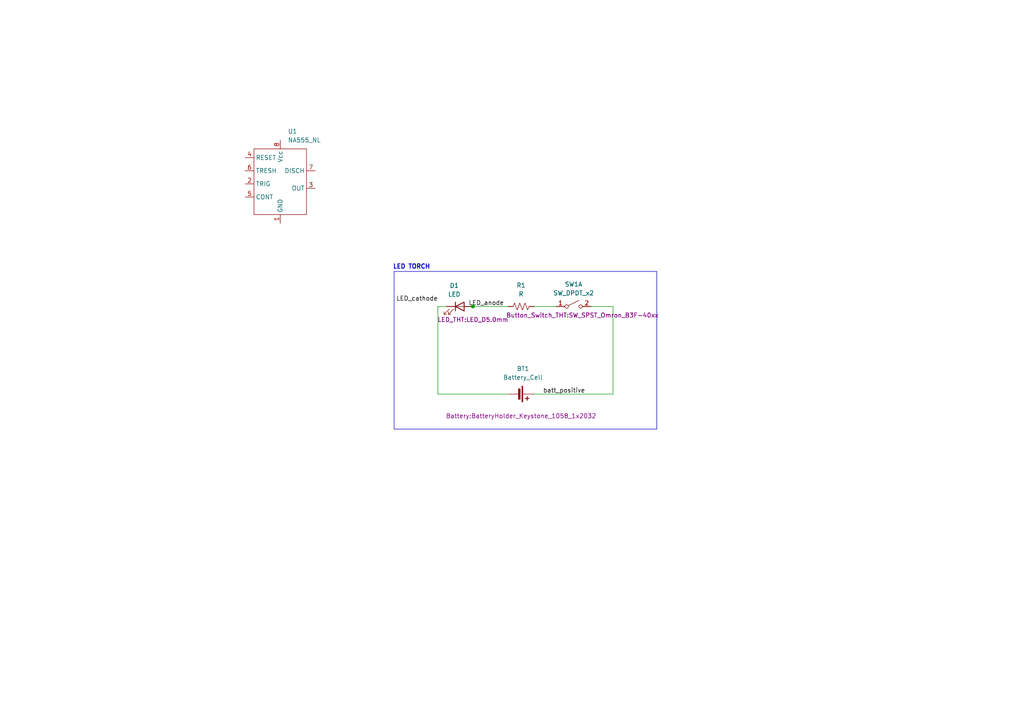
<source format=kicad_sch>
(kicad_sch (version 20231120) (generator "eeschema") (generator_version "8.0")
  (paper "A4")
  (title_block (title "Project 1 LED Torch") (date "2024-08-27") (rev "1") (company "Tech Exploration for RF"))
  (lib_symbols
    (symbol "Device:Battery_Cell" (pin_numbers hide) (pin_names (offset 0) hide)
      (property "Reference" "BT" (at 2.54 2.54 0))
      (property "Value" "Battery_Cell" (at 2.54 0 0))
      (symbol "Battery_Cell_0_1"
        (rectangle (start -2.286 1.778) (end 2.286 1.524) (fill (type outline)))
        (rectangle (start -1.524 1.016) (end 1.524 0.508) (fill (type outline)))
        (polyline (pts (xy 0 0.762) (xy 0 0)))
        (polyline (pts (xy 0 1.778) (xy 0 2.54)))
        (polyline (pts (xy 0.762 3.048) (xy 1.778 3.048)) (stroke (width 0.254)))
        (polyline (pts (xy 1.27 3.556) (xy 1.27 2.54)) (stroke (width 0.254)))
      )
      (symbol "Battery_Cell_1_1"
        (pin passive line (at 0 5.08 270) (length 2.54) (name "+") (number "1"))
        (pin passive line (at 0 -2.54 90) (length 2.54) (name "-") (number "2"))
      )
    )
    (symbol "Device:LED" (pin_numbers hide) (pin_names (offset 1.016) hide)
      (property "Reference" "D" (at 0 2.54 0))
      (property "Value" "LED" (at 0 -2.54 0))
      (symbol "LED_0_1"
        (polyline (pts (xy -1.27 -1.27) (xy -1.27 1.27)) (stroke (width 0.254)))
        (polyline (pts (xy -1.27 0) (xy 1.27 0)))
        (polyline (pts (xy 1.27 -1.27) (xy 1.27 1.27) (xy -1.27 0) (xy 1.27 -1.27)) (stroke (width 0.254)))
        (polyline (pts (xy -3.048 -0.762) (xy -4.572 -2.286) (xy -3.81 -2.286) (xy -4.572 -2.286) (xy -4.572 -1.524)))
        (polyline (pts (xy -1.778 -0.762) (xy -3.302 -2.286) (xy -2.54 -2.286) (xy -3.302 -2.286) (xy -3.302 -1.524)))
      )
      (symbol "LED_1_1"
        (pin passive line (at -3.81 0 0) (length 2.54) (name "K") (number "1"))
        (pin passive line (at 3.81 0 180) (length 2.54) (name "A") (number "2"))
      )
    )
    (symbol "Device:R_US" (pin_numbers hide) (pin_names (offset 0))
      (property "Reference" "R" (at 2.54 0 90))
      (property "Value" "R_US" (at -2.54 0 90))
      (symbol "R_US_0_1"
        (polyline (pts (xy 0 -2.286) (xy 0 -2.54)))
        (polyline (pts (xy 0 2.286) (xy 0 2.54)))
        (polyline (pts (xy 0 -0.762) (xy 1.016 -1.143) (xy 0 -1.524) (xy -1.016 -1.905) (xy 0 -2.286)))
        (polyline (pts (xy 0 0.762) (xy 1.016 0.381) (xy 0 0) (xy -1.016 -0.381) (xy 0 -0.762)))
        (polyline (pts (xy 0 2.286) (xy 1.016 1.905) (xy 0 1.524) (xy -1.016 1.143) (xy 0 0.762)))
      )
      (symbol "R_US_1_1"
        (pin passive line (at 0 3.81 270) (length 1.27) (name "~") (number "1"))
        (pin passive line (at 0 -3.81 90) (length 1.27) (name "~") (number "2"))
      )
    )
    (symbol "NA555_CU:NA555_NL"
      (property "Reference" "U" (at 5.842 8.89 0))
      (property "Value" "NA555_NL" (at -7.874 8.89 0))
      (symbol "NA555_NL_0_1"
        (rectangle (start -7.62 6.35) (end 7.62 -12.7))
      )
      (symbol "NA555_NL_1_1"
        (pin power_in line (at 0 -15.24 90) (length 2.54) (name "GND") (number "1"))
        (pin input line (at -10.16 -3.81 0) (length 2.54) (name "TRIG") (number "2"))
        (pin output line (at 10.16 -5.08 180) (length 2.54) (name "OUT") (number "3"))
        (pin input line (at -10.16 3.81 0) (length 2.54) (name "RESET") (number "4"))
        (pin bidirectional line (at -10.16 -7.62 0) (length 2.54) (name "CONT") (number "5"))
        (pin input line (at -10.16 0 0) (length 2.54) (name "TRESH") (number "6"))
        (pin output line (at 10.16 0 180) (length 2.54) (name "DISCH") (number "7"))
        (pin power_in line (at 0 8.89 270) (length 2.54) (name "Vcc") (number "8"))
      )
    )
    (symbol "Switch:SW_DPST_x2" (pin_names (offset 0) hide)
      (property "Reference" "SW" (at 0 3.175 0))
      (property "Value" "SW_DPST_x2" (at 0 -2.54 0))
      (symbol "SW_DPST_x2_0_0"
        (circle (center -2.032 0) (radius 0.508))
        (polyline (pts (xy -1.524 0.254) (xy 1.524 1.778)))
        (circle (center 2.032 0) (radius 0.508))
      )
      (symbol "SW_DPST_x2_1_1"
        (pin passive line (at -5.08 0 0) (length 2.54) (name "A") (number "1"))
        (pin passive line (at 5.08 0 180) (length 2.54) (name "B") (number "2"))
      )
      (symbol "SW_DPST_x2_2_1"
        (pin passive line (at -5.08 0 0) (length 2.54) (name "A") (number "3"))
        (pin passive line (at 5.08 0 180) (length 2.54) (name "B") (number "4"))
      )
    )
  )
  (junction (at 137.16 88.9))
  (wire (pts (xy 127 114.3) (xy 147.32 114.3)))
  (wire (pts (xy 171.45 88.9) (xy 177.8 88.9)))
  (wire (pts (xy 154.94 114.3) (xy 177.8 114.3)))
  (wire (pts (xy 154.94 88.9) (xy 161.29 88.9)))
  (wire (pts (xy 127 88.9) (xy 127 114.3)))
  (wire (pts (xy 127 88.9) (xy 129.54 88.9)))
  (wire (pts (xy 177.8 114.3) (xy 177.8 88.9)))
  (wire (pts (xy 137.16 88.9) (xy 147.32 88.9)))
  (wire (pts (xy 135.89 88.9) (xy 137.16 88.9)))
  (rectangle (start 114.3 78.74) (end 190.5 124.46))
  (text "LED TORCH\n" (at 119.38 77.47 0) (effects (font (size 1.27 1.27) (thickness 0.254) (bold yes))))
  (label "LED_anode" (at 135.89 88.9 0))
  (label "LED_cathode" (at 127 87.63 180))
  (label "batt_positive" (at 157.48 114.3 0))
  (symbol (lib_id "Switch:SW_DPST_x2") (at 166.37 88.9 0) (unit 1)
    (property "Reference" "SW1" (at 166.37 82.462 0))
    (property "Value" "SW_DPDT_x2" (at 166.37 85.002 0))
    (property "Footprint" "Button_Switch_THT:SW_SPST_Omron_B3F-40xx" (at 168.91 91.44 0))
    (property "Description" "Single Pole Single Throw (SPST) switch, separate symbol" (effects (hide yes)))
  )
  (symbol (lib_id "Device:Battery_Cell") (at 149.86 114.3 270) (unit 1)
    (property "Reference" "BT1" (at 151.7015 106.9299 90))
    (property "Value" "Battery_Cell" (at 151.7015 109.4699 90))
    (property "Footprint" "Battery:BatteryHolder_Keystone_1058_1x2032" (at 151.13 120.65 90))
    (property "Description" "Single-cell battery" (effects (hide yes)))
  )
  (symbol (lib_id "NA555_CU:NA555_NL") (at 81.28 49.53 0) (unit 1)
    (property "Reference" "U1" (at 83.4741 38.1 0) (effects (justify left)))
    (property "Value" "NA555_NL" (at 83.4741 40.64 0) (effects (justify left)))
    (property "Footprint" "Package_DIP:DIP-8_W7.62mm" (effects (hide yes)))
    (property "Datasheet" "https://www.ti.com/lit/ds/symlink/ne555.pdf" (effects (hide yes)))
    (property "Description" "New Library created symbol" (effects (hide yes)))
  )
  (symbol (lib_id "Device:LED") (at 133.35 88.9 0) (unit 1)
    (property "Reference" "D1" (at 131.7625 82.831 0))
    (property "Value" "LED" (at 131.7625 85.371 0))
    (property "Footprint" "LED_THT:LED_D5.0mm" (at 137.16 92.71 0))
    (property "Description" "Light emitting diode" (effects (hide yes)))
  )
  (symbol (lib_id "Device:R_US") (at 151.13 88.9 90) (unit 1)
    (property "Reference" "R1" (at 151.13 82.756 90))
    (property "Value" "R" (at 151.13 85.296 90))
    (property "Footprint" "Resistor_SMD:R_0815_2038Metric" (effects (hide yes)))
    (property "Description" "Resistor, US symbol" (effects (hide yes)))
  )
)
</source>
